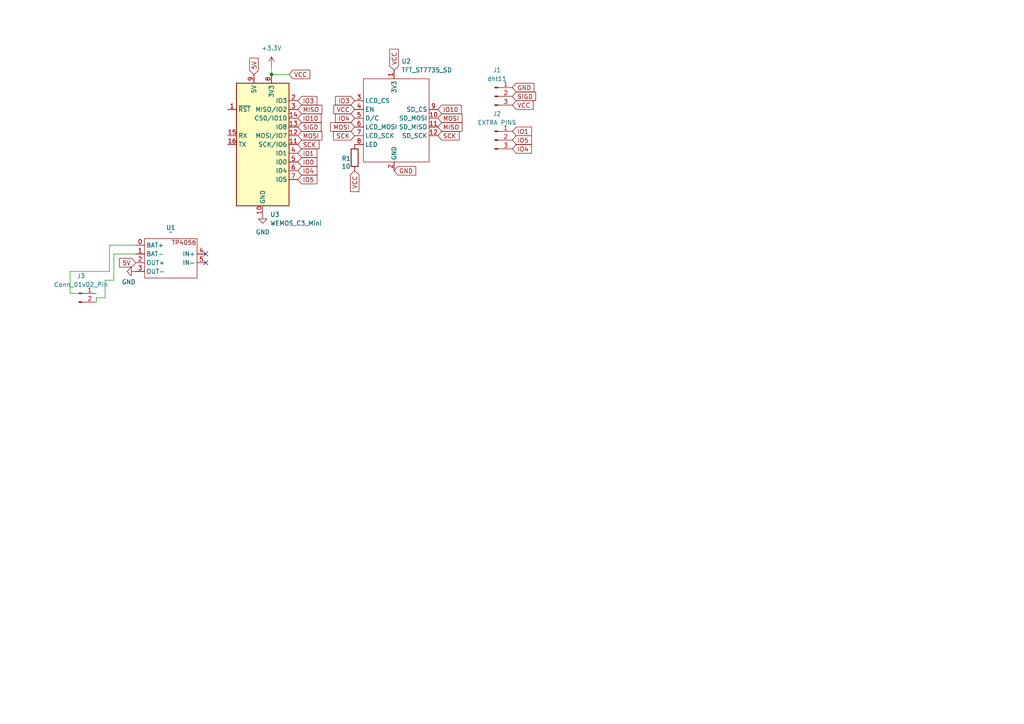
<source format=kicad_sch>
(kicad_sch
	(version 20250114)
	(generator "eeschema")
	(generator_version "9.0")
	(uuid "e8b92681-acdb-4d9b-b258-0eef7a166544")
	(paper "A4")
	(lib_symbols
		(symbol "Connector:Conn_01x02_Pin"
			(pin_names
				(offset 1.016)
				(hide yes)
			)
			(exclude_from_sim no)
			(in_bom yes)
			(on_board yes)
			(property "Reference" "J"
				(at 0 2.54 0)
				(effects
					(font
						(size 1.27 1.27)
					)
				)
			)
			(property "Value" "Conn_01x02_Pin"
				(at 0 -5.08 0)
				(effects
					(font
						(size 1.27 1.27)
					)
				)
			)
			(property "Footprint" ""
				(at 0 0 0)
				(effects
					(font
						(size 1.27 1.27)
					)
					(hide yes)
				)
			)
			(property "Datasheet" "~"
				(at 0 0 0)
				(effects
					(font
						(size 1.27 1.27)
					)
					(hide yes)
				)
			)
			(property "Description" "Generic connector, single row, 01x02, script generated"
				(at 0 0 0)
				(effects
					(font
						(size 1.27 1.27)
					)
					(hide yes)
				)
			)
			(property "ki_locked" ""
				(at 0 0 0)
				(effects
					(font
						(size 1.27 1.27)
					)
				)
			)
			(property "ki_keywords" "connector"
				(at 0 0 0)
				(effects
					(font
						(size 1.27 1.27)
					)
					(hide yes)
				)
			)
			(property "ki_fp_filters" "Connector*:*_1x??_*"
				(at 0 0 0)
				(effects
					(font
						(size 1.27 1.27)
					)
					(hide yes)
				)
			)
			(symbol "Conn_01x02_Pin_1_1"
				(rectangle
					(start 0.8636 0.127)
					(end 0 -0.127)
					(stroke
						(width 0.1524)
						(type default)
					)
					(fill
						(type outline)
					)
				)
				(rectangle
					(start 0.8636 -2.413)
					(end 0 -2.667)
					(stroke
						(width 0.1524)
						(type default)
					)
					(fill
						(type outline)
					)
				)
				(polyline
					(pts
						(xy 1.27 0) (xy 0.8636 0)
					)
					(stroke
						(width 0.1524)
						(type default)
					)
					(fill
						(type none)
					)
				)
				(polyline
					(pts
						(xy 1.27 -2.54) (xy 0.8636 -2.54)
					)
					(stroke
						(width 0.1524)
						(type default)
					)
					(fill
						(type none)
					)
				)
				(pin passive line
					(at 5.08 0 180)
					(length 3.81)
					(name "Pin_1"
						(effects
							(font
								(size 1.27 1.27)
							)
						)
					)
					(number "1"
						(effects
							(font
								(size 1.27 1.27)
							)
						)
					)
				)
				(pin passive line
					(at 5.08 -2.54 180)
					(length 3.81)
					(name "Pin_2"
						(effects
							(font
								(size 1.27 1.27)
							)
						)
					)
					(number "2"
						(effects
							(font
								(size 1.27 1.27)
							)
						)
					)
				)
			)
			(embedded_fonts no)
		)
		(symbol "Connector:Conn_01x03_Pin"
			(pin_names
				(offset 1.016)
				(hide yes)
			)
			(exclude_from_sim no)
			(in_bom yes)
			(on_board yes)
			(property "Reference" "J"
				(at 0 5.08 0)
				(effects
					(font
						(size 1.27 1.27)
					)
				)
			)
			(property "Value" "Conn_01x03_Pin"
				(at 0 -5.08 0)
				(effects
					(font
						(size 1.27 1.27)
					)
				)
			)
			(property "Footprint" ""
				(at 0 0 0)
				(effects
					(font
						(size 1.27 1.27)
					)
					(hide yes)
				)
			)
			(property "Datasheet" "~"
				(at 0 0 0)
				(effects
					(font
						(size 1.27 1.27)
					)
					(hide yes)
				)
			)
			(property "Description" "Generic connector, single row, 01x03, script generated"
				(at 0 0 0)
				(effects
					(font
						(size 1.27 1.27)
					)
					(hide yes)
				)
			)
			(property "ki_locked" ""
				(at 0 0 0)
				(effects
					(font
						(size 1.27 1.27)
					)
				)
			)
			(property "ki_keywords" "connector"
				(at 0 0 0)
				(effects
					(font
						(size 1.27 1.27)
					)
					(hide yes)
				)
			)
			(property "ki_fp_filters" "Connector*:*_1x??_*"
				(at 0 0 0)
				(effects
					(font
						(size 1.27 1.27)
					)
					(hide yes)
				)
			)
			(symbol "Conn_01x03_Pin_1_1"
				(rectangle
					(start 0.8636 2.667)
					(end 0 2.413)
					(stroke
						(width 0.1524)
						(type default)
					)
					(fill
						(type outline)
					)
				)
				(rectangle
					(start 0.8636 0.127)
					(end 0 -0.127)
					(stroke
						(width 0.1524)
						(type default)
					)
					(fill
						(type outline)
					)
				)
				(rectangle
					(start 0.8636 -2.413)
					(end 0 -2.667)
					(stroke
						(width 0.1524)
						(type default)
					)
					(fill
						(type outline)
					)
				)
				(polyline
					(pts
						(xy 1.27 2.54) (xy 0.8636 2.54)
					)
					(stroke
						(width 0.1524)
						(type default)
					)
					(fill
						(type none)
					)
				)
				(polyline
					(pts
						(xy 1.27 0) (xy 0.8636 0)
					)
					(stroke
						(width 0.1524)
						(type default)
					)
					(fill
						(type none)
					)
				)
				(polyline
					(pts
						(xy 1.27 -2.54) (xy 0.8636 -2.54)
					)
					(stroke
						(width 0.1524)
						(type default)
					)
					(fill
						(type none)
					)
				)
				(pin passive line
					(at 5.08 2.54 180)
					(length 3.81)
					(name "Pin_1"
						(effects
							(font
								(size 1.27 1.27)
							)
						)
					)
					(number "1"
						(effects
							(font
								(size 1.27 1.27)
							)
						)
					)
				)
				(pin passive line
					(at 5.08 0 180)
					(length 3.81)
					(name "Pin_2"
						(effects
							(font
								(size 1.27 1.27)
							)
						)
					)
					(number "2"
						(effects
							(font
								(size 1.27 1.27)
							)
						)
					)
				)
				(pin passive line
					(at 5.08 -2.54 180)
					(length 3.81)
					(name "Pin_3"
						(effects
							(font
								(size 1.27 1.27)
							)
						)
					)
					(number "3"
						(effects
							(font
								(size 1.27 1.27)
							)
						)
					)
				)
			)
			(embedded_fonts no)
		)
		(symbol "PCM_Resistor_AKL:R_DIN0204_P5.08mm"
			(pin_numbers
				(hide yes)
			)
			(pin_names
				(offset 0)
			)
			(exclude_from_sim no)
			(in_bom yes)
			(on_board yes)
			(property "Reference" "R"
				(at 2.54 1.27 0)
				(effects
					(font
						(size 1.27 1.27)
					)
					(justify left)
				)
			)
			(property "Value" "R_DIN0204_P5.08mm"
				(at 2.54 -1.27 0)
				(effects
					(font
						(size 1.27 1.27)
					)
					(justify left)
				)
			)
			(property "Footprint" "PCM_Resistor_THT_AKL:R_Axial_DIN0204_L3.6mm_D1.6mm_P5.08mm_Horizontal"
				(at 0 -11.43 0)
				(effects
					(font
						(size 1.27 1.27)
					)
					(hide yes)
				)
			)
			(property "Datasheet" "~"
				(at 0 0 0)
				(effects
					(font
						(size 1.27 1.27)
					)
					(hide yes)
				)
			)
			(property "Description" "THT 0204 Resistor, 5.08mm Pin Pitch, European Symbol, Alternate KiCad Library"
				(at 0 0 0)
				(effects
					(font
						(size 1.27 1.27)
					)
					(hide yes)
				)
			)
			(property "ki_keywords" "R res resistor eu tht 5.08mm 0204"
				(at 0 0 0)
				(effects
					(font
						(size 1.27 1.27)
					)
					(hide yes)
				)
			)
			(property "ki_fp_filters" "R_*"
				(at 0 0 0)
				(effects
					(font
						(size 1.27 1.27)
					)
					(hide yes)
				)
			)
			(symbol "R_DIN0204_P5.08mm_0_1"
				(rectangle
					(start -1.016 2.54)
					(end 1.016 -2.54)
					(stroke
						(width 0.254)
						(type default)
					)
					(fill
						(type none)
					)
				)
			)
			(symbol "R_DIN0204_P5.08mm_0_2"
				(polyline
					(pts
						(xy -2.54 -2.54) (xy -1.524 -1.524)
					)
					(stroke
						(width 0)
						(type default)
					)
					(fill
						(type none)
					)
				)
				(polyline
					(pts
						(xy 1.524 1.524) (xy 2.54 2.54)
					)
					(stroke
						(width 0)
						(type default)
					)
					(fill
						(type none)
					)
				)
				(polyline
					(pts
						(xy 1.524 1.524) (xy 0.889 2.159) (xy -2.159 -0.889) (xy -0.889 -2.159) (xy 2.159 0.889) (xy 1.524 1.524)
					)
					(stroke
						(width 0.254)
						(type default)
					)
					(fill
						(type none)
					)
				)
			)
			(symbol "R_DIN0204_P5.08mm_1_1"
				(pin passive line
					(at 0 3.81 270)
					(length 1.27)
					(name "~"
						(effects
							(font
								(size 1.27 1.27)
							)
						)
					)
					(number "1"
						(effects
							(font
								(size 1.27 1.27)
							)
						)
					)
				)
				(pin passive line
					(at 0 -3.81 90)
					(length 1.27)
					(name "~"
						(effects
							(font
								(size 1.27 1.27)
							)
						)
					)
					(number "2"
						(effects
							(font
								(size 1.27 1.27)
							)
						)
					)
				)
			)
			(symbol "R_DIN0204_P5.08mm_1_2"
				(pin passive line
					(at -2.54 -2.54 0)
					(length 0)
					(name ""
						(effects
							(font
								(size 1.27 1.27)
							)
						)
					)
					(number "2"
						(effects
							(font
								(size 1.27 1.27)
							)
						)
					)
				)
				(pin passive line
					(at 2.54 2.54 180)
					(length 0)
					(name ""
						(effects
							(font
								(size 1.27 1.27)
							)
						)
					)
					(number "1"
						(effects
							(font
								(size 1.27 1.27)
							)
						)
					)
				)
			)
			(embedded_fonts no)
		)
		(symbol "asylum-weather (1):TP4056"
			(exclude_from_sim no)
			(in_bom yes)
			(on_board yes)
			(property "Reference" "U"
				(at 0 0 0)
				(effects
					(font
						(size 1.27 1.27)
					)
				)
			)
			(property "Value" ""
				(at 0 0 0)
				(effects
					(font
						(size 1.27 1.27)
					)
				)
			)
			(property "Footprint" ""
				(at 0 0 0)
				(effects
					(font
						(size 1.27 1.27)
					)
					(hide yes)
				)
			)
			(property "Datasheet" ""
				(at 0 0 0)
				(effects
					(font
						(size 1.27 1.27)
					)
					(hide yes)
				)
			)
			(property "Description" ""
				(at 0 0 0)
				(effects
					(font
						(size 1.27 1.27)
					)
					(hide yes)
				)
			)
			(symbol "TP4056_0_1"
				(rectangle
					(start -7.62 5.715)
					(end 7.62 -5.715)
					(stroke
						(width 0)
						(type default)
					)
					(fill
						(type none)
					)
				)
			)
			(symbol "TP4056_1_1"
				(text "TP4056\n"
					(at 3.81 4.572 0)
					(effects
						(font
							(size 1.27 1.27)
						)
					)
				)
				(pin power_out line
					(at -10.16 3.81 0)
					(length 2.54)
					(name "BAT+"
						(effects
							(font
								(size 1.27 1.27)
							)
						)
					)
					(number "0"
						(effects
							(font
								(size 1.27 1.27)
							)
						)
					)
				)
				(pin power_out line
					(at -10.16 1.27 0)
					(length 2.54)
					(name "BAT-"
						(effects
							(font
								(size 1.27 1.27)
							)
						)
					)
					(number "1"
						(effects
							(font
								(size 1.27 1.27)
							)
						)
					)
				)
				(pin power_out line
					(at -10.16 -1.27 0)
					(length 2.54)
					(name "OUT+"
						(effects
							(font
								(size 1.27 1.27)
							)
						)
					)
					(number "2"
						(effects
							(font
								(size 1.27 1.27)
							)
						)
					)
				)
				(pin power_out line
					(at -10.16 -3.81 0)
					(length 2.54)
					(name "OUT-"
						(effects
							(font
								(size 1.27 1.27)
							)
						)
					)
					(number "3"
						(effects
							(font
								(size 1.27 1.27)
							)
						)
					)
				)
				(pin power_out line
					(at 10.16 1.27 180)
					(length 2.54)
					(name "IN+"
						(effects
							(font
								(size 1.27 1.27)
							)
						)
					)
					(number "4"
						(effects
							(font
								(size 1.27 1.27)
							)
						)
					)
				)
				(pin power_out line
					(at 10.16 -1.27 180)
					(length 2.54)
					(name "IN-"
						(effects
							(font
								(size 1.27 1.27)
							)
						)
					)
					(number "5"
						(effects
							(font
								(size 1.27 1.27)
							)
						)
					)
				)
			)
			(embedded_fonts no)
		)
		(symbol "asylum-weather:TFT_ST7735_SD"
			(exclude_from_sim no)
			(in_bom yes)
			(on_board yes)
			(property "Reference" "U"
				(at 6.858 -15.748 0)
				(effects
					(font
						(size 1.27 1.27)
					)
				)
			)
			(property "Value" "TFT_ST7735_SD"
				(at 13.462 -18.288 0)
				(effects
					(font
						(size 1.27 1.27)
					)
				)
			)
			(property "Footprint" "asylum-weather:TFT_ST7735_SD"
				(at 0 0 0)
				(effects
					(font
						(size 1.27 1.27)
					)
					(hide yes)
				)
			)
			(property "Datasheet" ""
				(at 0 0 0)
				(effects
					(font
						(size 1.27 1.27)
					)
					(hide yes)
				)
			)
			(property "Description" ""
				(at 0 0 0)
				(effects
					(font
						(size 1.27 1.27)
					)
					(hide yes)
				)
			)
			(symbol "TFT_ST7735_SD_0_1"
				(rectangle
					(start -5.08 10.16)
					(end 13.97 -13.97)
					(stroke
						(width 0)
						(type default)
					)
					(fill
						(type none)
					)
				)
			)
			(symbol "TFT_ST7735_SD_1_1"
				(pin input line
					(at -7.62 3.81 0)
					(length 2.54)
					(name "LCD_CS"
						(effects
							(font
								(size 1.27 1.27)
							)
						)
					)
					(number "3"
						(effects
							(font
								(size 1.27 1.27)
							)
						)
					)
				)
				(pin input line
					(at -7.62 1.27 0)
					(length 2.54)
					(name "EN"
						(effects
							(font
								(size 1.27 1.27)
							)
						)
					)
					(number "4"
						(effects
							(font
								(size 1.27 1.27)
							)
						)
					)
				)
				(pin input line
					(at -7.62 -1.27 0)
					(length 2.54)
					(name "D/C"
						(effects
							(font
								(size 1.27 1.27)
							)
						)
					)
					(number "5"
						(effects
							(font
								(size 1.27 1.27)
							)
						)
					)
				)
				(pin input line
					(at -7.62 -3.81 0)
					(length 2.54)
					(name "LCD_MOSI"
						(effects
							(font
								(size 1.27 1.27)
							)
						)
					)
					(number "6"
						(effects
							(font
								(size 1.27 1.27)
							)
						)
					)
				)
				(pin input line
					(at -7.62 -6.35 0)
					(length 2.54)
					(name "LCD_SCK"
						(effects
							(font
								(size 1.27 1.27)
							)
						)
					)
					(number "7"
						(effects
							(font
								(size 1.27 1.27)
							)
						)
					)
				)
				(pin power_in line
					(at -7.62 -8.89 0)
					(length 2.54)
					(name "LED"
						(effects
							(font
								(size 1.27 1.27)
							)
						)
					)
					(number "8"
						(effects
							(font
								(size 1.27 1.27)
							)
						)
					)
				)
				(pin power_in line
					(at 3.81 12.7 270)
					(length 2.54)
					(name "3V3"
						(effects
							(font
								(size 1.27 1.27)
							)
						)
					)
					(number "1"
						(effects
							(font
								(size 1.27 1.27)
							)
						)
					)
				)
				(pin power_in line
					(at 3.81 -16.51 90)
					(length 2.54)
					(name "GND"
						(effects
							(font
								(size 1.27 1.27)
							)
						)
					)
					(number "2"
						(effects
							(font
								(size 1.27 1.27)
							)
						)
					)
				)
				(pin input line
					(at 16.51 1.27 180)
					(length 2.54)
					(name "SD_CS"
						(effects
							(font
								(size 1.27 1.27)
							)
						)
					)
					(number "9"
						(effects
							(font
								(size 1.27 1.27)
							)
						)
					)
				)
				(pin input line
					(at 16.51 -1.27 180)
					(length 2.54)
					(name "SD_MOSI"
						(effects
							(font
								(size 1.27 1.27)
							)
						)
					)
					(number "10"
						(effects
							(font
								(size 1.27 1.27)
							)
						)
					)
				)
				(pin output line
					(at 16.51 -3.81 180)
					(length 2.54)
					(name "SD_MISO"
						(effects
							(font
								(size 1.27 1.27)
							)
						)
					)
					(number "11"
						(effects
							(font
								(size 1.27 1.27)
							)
						)
					)
				)
				(pin input line
					(at 16.51 -6.35 180)
					(length 2.54)
					(name "SD_SCK"
						(effects
							(font
								(size 1.27 1.27)
							)
						)
					)
					(number "12"
						(effects
							(font
								(size 1.27 1.27)
							)
						)
					)
				)
			)
			(embedded_fonts no)
		)
		(symbol "asylum-weather:WEMOS_C3_mini"
			(exclude_from_sim no)
			(in_bom yes)
			(on_board yes)
			(property "Reference" "U1"
				(at 2.1941 -20.32 0)
				(effects
					(font
						(size 1.27 1.27)
					)
					(justify left)
				)
			)
			(property "Value" "WEMOS_C3_Mini"
				(at 2.1941 -22.86 0)
				(effects
					(font
						(size 1.27 1.27)
					)
					(justify left)
				)
			)
			(property "Footprint" "Module:WEMOS_D1_mini_light"
				(at 0 -29.21 0)
				(effects
					(font
						(size 1.27 1.27)
					)
					(hide yes)
				)
			)
			(property "Datasheet" "https://wiki.wemos.cc/products:d1:d1_mini#documentation"
				(at -46.99 -29.21 0)
				(effects
					(font
						(size 1.27 1.27)
					)
					(hide yes)
				)
			)
			(property "Description" "32-bit microcontroller module with WiFi"
				(at 0 0 0)
				(effects
					(font
						(size 1.27 1.27)
					)
					(hide yes)
				)
			)
			(property "ki_keywords" "ESP8266 WiFi microcontroller ESP8266EX"
				(at 0 0 0)
				(effects
					(font
						(size 1.27 1.27)
					)
					(hide yes)
				)
			)
			(property "ki_fp_filters" "WEMOS*D1*mini*"
				(at 0 0 0)
				(effects
					(font
						(size 1.27 1.27)
					)
					(hide yes)
				)
			)
			(symbol "WEMOS_C3_mini_1_1"
				(rectangle
					(start -7.62 17.78)
					(end 7.62 -17.78)
					(stroke
						(width 0.254)
						(type default)
					)
					(fill
						(type background)
					)
				)
				(pin input line
					(at -10.16 10.16 0)
					(length 2.54)
					(name "~{RST}"
						(effects
							(font
								(size 1.27 1.27)
							)
						)
					)
					(number "1"
						(effects
							(font
								(size 1.27 1.27)
							)
						)
					)
				)
				(pin input line
					(at -10.16 2.54 0)
					(length 2.54)
					(name "RX"
						(effects
							(font
								(size 1.27 1.27)
							)
						)
					)
					(number "15"
						(effects
							(font
								(size 1.27 1.27)
							)
						)
					)
				)
				(pin output line
					(at -10.16 0 0)
					(length 2.54)
					(name "TX"
						(effects
							(font
								(size 1.27 1.27)
							)
						)
					)
					(number "16"
						(effects
							(font
								(size 1.27 1.27)
							)
						)
					)
				)
				(pin power_in line
					(at -2.54 20.32 270)
					(length 2.54)
					(name "5V"
						(effects
							(font
								(size 1.27 1.27)
							)
						)
					)
					(number "9"
						(effects
							(font
								(size 1.27 1.27)
							)
						)
					)
				)
				(pin power_in line
					(at 0 -20.32 90)
					(length 2.54)
					(name "GND"
						(effects
							(font
								(size 1.27 1.27)
							)
						)
					)
					(number "10"
						(effects
							(font
								(size 1.27 1.27)
							)
						)
					)
				)
				(pin power_out line
					(at 2.54 20.32 270)
					(length 2.54)
					(name "3V3"
						(effects
							(font
								(size 1.27 1.27)
							)
						)
					)
					(number "8"
						(effects
							(font
								(size 1.27 1.27)
							)
						)
					)
				)
				(pin input line
					(at 10.16 12.7 180)
					(length 2.54)
					(name "IO3"
						(effects
							(font
								(size 1.27 1.27)
							)
						)
					)
					(number "2"
						(effects
							(font
								(size 1.27 1.27)
							)
						)
					)
				)
				(pin bidirectional line
					(at 10.16 10.16 180)
					(length 2.54)
					(name "MISO/IO2"
						(effects
							(font
								(size 1.27 1.27)
							)
						)
					)
					(number "3"
						(effects
							(font
								(size 1.27 1.27)
							)
						)
					)
				)
				(pin bidirectional line
					(at 10.16 7.62 180)
					(length 2.54)
					(name "CS0/IO10"
						(effects
							(font
								(size 1.27 1.27)
							)
						)
					)
					(number "14"
						(effects
							(font
								(size 1.27 1.27)
							)
						)
					)
				)
				(pin bidirectional line
					(at 10.16 5.08 180)
					(length 2.54)
					(name "IO8"
						(effects
							(font
								(size 1.27 1.27)
							)
						)
					)
					(number "13"
						(effects
							(font
								(size 1.27 1.27)
							)
						)
					)
				)
				(pin bidirectional line
					(at 10.16 2.54 180)
					(length 2.54)
					(name "MOSI/IO7"
						(effects
							(font
								(size 1.27 1.27)
							)
						)
					)
					(number "12"
						(effects
							(font
								(size 1.27 1.27)
							)
						)
					)
				)
				(pin bidirectional line
					(at 10.16 0 180)
					(length 2.54)
					(name "SCK/IO6"
						(effects
							(font
								(size 1.27 1.27)
							)
						)
					)
					(number "11"
						(effects
							(font
								(size 1.27 1.27)
							)
						)
					)
				)
				(pin bidirectional line
					(at 10.16 -2.54 180)
					(length 2.54)
					(name "IO1"
						(effects
							(font
								(size 1.27 1.27)
							)
						)
					)
					(number "4"
						(effects
							(font
								(size 1.27 1.27)
							)
						)
					)
				)
				(pin bidirectional line
					(at 10.16 -5.08 180)
					(length 2.54)
					(name "IO0"
						(effects
							(font
								(size 1.27 1.27)
							)
						)
					)
					(number "5"
						(effects
							(font
								(size 1.27 1.27)
							)
						)
					)
				)
				(pin bidirectional line
					(at 10.16 -7.62 180)
					(length 2.54)
					(name "IO4"
						(effects
							(font
								(size 1.27 1.27)
							)
						)
					)
					(number "6"
						(effects
							(font
								(size 1.27 1.27)
							)
						)
					)
				)
				(pin bidirectional line
					(at 10.16 -10.16 180)
					(length 2.54)
					(name "IO5"
						(effects
							(font
								(size 1.27 1.27)
							)
						)
					)
					(number "7"
						(effects
							(font
								(size 1.27 1.27)
							)
						)
					)
				)
			)
			(embedded_fonts no)
		)
		(symbol "power:+3.3V"
			(power)
			(pin_numbers
				(hide yes)
			)
			(pin_names
				(offset 0)
				(hide yes)
			)
			(exclude_from_sim no)
			(in_bom yes)
			(on_board yes)
			(property "Reference" "#PWR"
				(at 0 -3.81 0)
				(effects
					(font
						(size 1.27 1.27)
					)
					(hide yes)
				)
			)
			(property "Value" "+3.3V"
				(at 0 3.556 0)
				(effects
					(font
						(size 1.27 1.27)
					)
				)
			)
			(property "Footprint" ""
				(at 0 0 0)
				(effects
					(font
						(size 1.27 1.27)
					)
					(hide yes)
				)
			)
			(property "Datasheet" ""
				(at 0 0 0)
				(effects
					(font
						(size 1.27 1.27)
					)
					(hide yes)
				)
			)
			(property "Description" "Power symbol creates a global label with name \"+3.3V\""
				(at 0 0 0)
				(effects
					(font
						(size 1.27 1.27)
					)
					(hide yes)
				)
			)
			(property "ki_keywords" "global power"
				(at 0 0 0)
				(effects
					(font
						(size 1.27 1.27)
					)
					(hide yes)
				)
			)
			(symbol "+3.3V_0_1"
				(polyline
					(pts
						(xy -0.762 1.27) (xy 0 2.54)
					)
					(stroke
						(width 0)
						(type default)
					)
					(fill
						(type none)
					)
				)
				(polyline
					(pts
						(xy 0 2.54) (xy 0.762 1.27)
					)
					(stroke
						(width 0)
						(type default)
					)
					(fill
						(type none)
					)
				)
				(polyline
					(pts
						(xy 0 0) (xy 0 2.54)
					)
					(stroke
						(width 0)
						(type default)
					)
					(fill
						(type none)
					)
				)
			)
			(symbol "+3.3V_1_1"
				(pin power_in line
					(at 0 0 90)
					(length 0)
					(name "~"
						(effects
							(font
								(size 1.27 1.27)
							)
						)
					)
					(number "1"
						(effects
							(font
								(size 1.27 1.27)
							)
						)
					)
				)
			)
			(embedded_fonts no)
		)
		(symbol "power:GND"
			(power)
			(pin_numbers
				(hide yes)
			)
			(pin_names
				(offset 0)
				(hide yes)
			)
			(exclude_from_sim no)
			(in_bom yes)
			(on_board yes)
			(property "Reference" "#PWR"
				(at 0 -6.35 0)
				(effects
					(font
						(size 1.27 1.27)
					)
					(hide yes)
				)
			)
			(property "Value" "GND"
				(at 0 -3.81 0)
				(effects
					(font
						(size 1.27 1.27)
					)
				)
			)
			(property "Footprint" ""
				(at 0 0 0)
				(effects
					(font
						(size 1.27 1.27)
					)
					(hide yes)
				)
			)
			(property "Datasheet" ""
				(at 0 0 0)
				(effects
					(font
						(size 1.27 1.27)
					)
					(hide yes)
				)
			)
			(property "Description" "Power symbol creates a global label with name \"GND\" , ground"
				(at 0 0 0)
				(effects
					(font
						(size 1.27 1.27)
					)
					(hide yes)
				)
			)
			(property "ki_keywords" "global power"
				(at 0 0 0)
				(effects
					(font
						(size 1.27 1.27)
					)
					(hide yes)
				)
			)
			(symbol "GND_0_1"
				(polyline
					(pts
						(xy 0 0) (xy 0 -1.27) (xy 1.27 -1.27) (xy 0 -2.54) (xy -1.27 -1.27) (xy 0 -1.27)
					)
					(stroke
						(width 0)
						(type default)
					)
					(fill
						(type none)
					)
				)
			)
			(symbol "GND_1_1"
				(pin power_in line
					(at 0 0 270)
					(length 0)
					(name "~"
						(effects
							(font
								(size 1.27 1.27)
							)
						)
					)
					(number "1"
						(effects
							(font
								(size 1.27 1.27)
							)
						)
					)
				)
			)
			(embedded_fonts no)
		)
	)
	(junction
		(at 78.74 21.59)
		(diameter 0)
		(color 0 0 0 0)
		(uuid "717affc6-e9dd-4083-b72d-fafdb45ed4fd")
	)
	(no_connect
		(at 59.69 73.66)
		(uuid "0f427131-f225-464a-bd07-ca7fca8bad69")
	)
	(no_connect
		(at 59.69 76.2)
		(uuid "d76023e9-ab61-4825-aa6d-9bf51372425c")
	)
	(wire
		(pts
			(xy 33.02 81.28) (xy 30.48 81.28)
		)
		(stroke
			(width 0)
			(type default)
		)
		(uuid "00b9757e-f12c-4e9c-9f71-59c051f048cd")
	)
	(wire
		(pts
			(xy 20.32 78.74) (xy 20.32 85.09)
		)
		(stroke
			(width 0)
			(type default)
		)
		(uuid "0972740a-9629-413c-9901-6d03cba5dd30")
	)
	(wire
		(pts
			(xy 20.32 85.09) (xy 27.94 85.09)
		)
		(stroke
			(width 0)
			(type default)
		)
		(uuid "09ce3e4a-3c3d-4ead-bc2d-a13fcaa766c4")
	)
	(wire
		(pts
			(xy 27.94 86.36) (xy 27.94 87.63)
		)
		(stroke
			(width 0)
			(type default)
		)
		(uuid "0d88ea53-9e01-4d0b-a86d-535e22ab0e6f")
	)
	(wire
		(pts
			(xy 31.75 71.12) (xy 31.75 78.74)
		)
		(stroke
			(width 0)
			(type default)
		)
		(uuid "60a07d4c-0e26-4682-acb4-fe4bcde86e3e")
	)
	(wire
		(pts
			(xy 33.02 73.66) (xy 33.02 81.28)
		)
		(stroke
			(width 0)
			(type default)
		)
		(uuid "6a961d45-91f8-4513-9202-ee3a7680fa84")
	)
	(wire
		(pts
			(xy 31.75 71.12) (xy 39.37 71.12)
		)
		(stroke
			(width 0)
			(type default)
		)
		(uuid "7455236a-8736-44ef-bfc7-8ef45922c3de")
	)
	(wire
		(pts
			(xy 30.48 86.36) (xy 27.94 86.36)
		)
		(stroke
			(width 0)
			(type default)
		)
		(uuid "8581a4b6-1458-4fef-80a7-9a41c9666b86")
	)
	(wire
		(pts
			(xy 30.48 81.28) (xy 30.48 86.36)
		)
		(stroke
			(width 0)
			(type default)
		)
		(uuid "91265f3a-31b9-439e-89ff-a311a0d213fd")
	)
	(wire
		(pts
			(xy 78.74 19.05) (xy 78.74 21.59)
		)
		(stroke
			(width 0)
			(type default)
		)
		(uuid "94d65ed2-cb95-4e69-b1ae-46c4390e7c12")
	)
	(wire
		(pts
			(xy 83.82 21.59) (xy 78.74 21.59)
		)
		(stroke
			(width 0)
			(type default)
		)
		(uuid "9676125c-1fbe-4be1-92c8-5a43fc09b7bc")
	)
	(wire
		(pts
			(xy 33.02 73.66) (xy 39.37 73.66)
		)
		(stroke
			(width 0)
			(type default)
		)
		(uuid "bc64254c-8a0f-4e8c-994a-328c0a885b64")
	)
	(wire
		(pts
			(xy 20.32 78.74) (xy 31.75 78.74)
		)
		(stroke
			(width 0)
			(type default)
		)
		(uuid "c1f35c60-6728-4edf-89cf-44403f66274b")
	)
	(global_label "IO3"
		(shape input)
		(at 86.36 29.21 0)
		(fields_autoplaced yes)
		(effects
			(font
				(size 1.27 1.27)
			)
			(justify left)
		)
		(uuid "00a740ca-f165-49a8-988b-6d72aeee04b2")
		(property "Intersheetrefs" "${INTERSHEET_REFS}"
			(at 92.49 29.21 0)
			(effects
				(font
					(size 1.27 1.27)
				)
				(justify left)
				(hide yes)
			)
		)
	)
	(global_label "IO4"
		(shape input)
		(at 102.87 34.29 180)
		(fields_autoplaced yes)
		(effects
			(font
				(size 1.27 1.27)
			)
			(justify right)
		)
		(uuid "03180e22-4b83-480c-a375-858ffea9f4c7")
		(property "Intersheetrefs" "${INTERSHEET_REFS}"
			(at 96.74 34.29 0)
			(effects
				(font
					(size 1.27 1.27)
				)
				(justify right)
				(hide yes)
			)
		)
	)
	(global_label "VCC"
		(shape input)
		(at 83.82 21.59 0)
		(fields_autoplaced yes)
		(effects
			(font
				(size 1.27 1.27)
			)
			(justify left)
		)
		(uuid "03b3389b-1152-47ef-aa92-06151d2a338d")
		(property "Intersheetrefs" "${INTERSHEET_REFS}"
			(at 90.4338 21.59 0)
			(effects
				(font
					(size 1.27 1.27)
				)
				(justify left)
				(hide yes)
			)
		)
	)
	(global_label "MOSI"
		(shape input)
		(at 127 34.29 0)
		(fields_autoplaced yes)
		(effects
			(font
				(size 1.27 1.27)
			)
			(justify left)
		)
		(uuid "0f873370-aac3-46ef-885f-94825a79e823")
		(property "Intersheetrefs" "${INTERSHEET_REFS}"
			(at 134.5814 34.29 0)
			(effects
				(font
					(size 1.27 1.27)
				)
				(justify left)
				(hide yes)
			)
		)
	)
	(global_label "IO1"
		(shape input)
		(at 148.59 38.1 0)
		(fields_autoplaced yes)
		(effects
			(font
				(size 1.27 1.27)
			)
			(justify left)
		)
		(uuid "1e9bcf91-1615-4543-b908-60a22e3e02f9")
		(property "Intersheetrefs" "${INTERSHEET_REFS}"
			(at 154.72 38.1 0)
			(effects
				(font
					(size 1.27 1.27)
				)
				(justify left)
				(hide yes)
			)
		)
	)
	(global_label "SCK"
		(shape input)
		(at 86.36 41.91 0)
		(fields_autoplaced yes)
		(effects
			(font
				(size 1.27 1.27)
			)
			(justify left)
		)
		(uuid "263414aa-7a8c-41a0-8fac-18dd15bd68d4")
		(property "Intersheetrefs" "${INTERSHEET_REFS}"
			(at 93.0947 41.91 0)
			(effects
				(font
					(size 1.27 1.27)
				)
				(justify left)
				(hide yes)
			)
		)
	)
	(global_label "IO5"
		(shape input)
		(at 148.59 40.64 0)
		(fields_autoplaced yes)
		(effects
			(font
				(size 1.27 1.27)
			)
			(justify left)
		)
		(uuid "2aaabfb7-f4e2-4959-92d7-52dabd1212ba")
		(property "Intersheetrefs" "${INTERSHEET_REFS}"
			(at 154.72 40.64 0)
			(effects
				(font
					(size 1.27 1.27)
				)
				(justify left)
				(hide yes)
			)
		)
	)
	(global_label "IO4"
		(shape input)
		(at 86.36 49.53 0)
		(fields_autoplaced yes)
		(effects
			(font
				(size 1.27 1.27)
			)
			(justify left)
		)
		(uuid "2b8b89db-625f-4116-b851-425f1ecbef2b")
		(property "Intersheetrefs" "${INTERSHEET_REFS}"
			(at 92.49 49.53 0)
			(effects
				(font
					(size 1.27 1.27)
				)
				(justify left)
				(hide yes)
			)
		)
	)
	(global_label "SIGD"
		(shape input)
		(at 86.36 36.83 0)
		(fields_autoplaced yes)
		(effects
			(font
				(size 1.27 1.27)
			)
			(justify left)
		)
		(uuid "326dac5d-dc30-47d6-96b7-c6254bd79edd")
		(property "Intersheetrefs" "${INTERSHEET_REFS}"
			(at 93.6995 36.83 0)
			(effects
				(font
					(size 1.27 1.27)
				)
				(justify left)
				(hide yes)
			)
		)
	)
	(global_label "VCC"
		(shape input)
		(at 102.87 49.53 270)
		(fields_autoplaced yes)
		(effects
			(font
				(size 1.27 1.27)
			)
			(justify right)
		)
		(uuid "3e5d44b9-e5fe-4e1a-a9a9-7b12c84631a1")
		(property "Intersheetrefs" "${INTERSHEET_REFS}"
			(at 102.87 56.1438 90)
			(effects
				(font
					(size 1.27 1.27)
				)
				(justify right)
				(hide yes)
			)
		)
	)
	(global_label "SCK"
		(shape input)
		(at 102.87 39.37 180)
		(fields_autoplaced yes)
		(effects
			(font
				(size 1.27 1.27)
			)
			(justify right)
		)
		(uuid "3fe74848-8df6-4751-9a1f-fc157baa02fc")
		(property "Intersheetrefs" "${INTERSHEET_REFS}"
			(at 96.1353 39.37 0)
			(effects
				(font
					(size 1.27 1.27)
				)
				(justify right)
				(hide yes)
			)
		)
	)
	(global_label "SCK"
		(shape input)
		(at 127 39.37 0)
		(fields_autoplaced yes)
		(effects
			(font
				(size 1.27 1.27)
			)
			(justify left)
		)
		(uuid "4c399831-a6ab-4b4f-9ddf-6ab201105875")
		(property "Intersheetrefs" "${INTERSHEET_REFS}"
			(at 133.7347 39.37 0)
			(effects
				(font
					(size 1.27 1.27)
				)
				(justify left)
				(hide yes)
			)
		)
	)
	(global_label "GND"
		(shape input)
		(at 114.3 49.53 0)
		(fields_autoplaced yes)
		(effects
			(font
				(size 1.27 1.27)
			)
			(justify left)
		)
		(uuid "4d2c0b6c-5f25-49b4-b36a-aceaf7e7d1c9")
		(property "Intersheetrefs" "${INTERSHEET_REFS}"
			(at 121.1557 49.53 0)
			(effects
				(font
					(size 1.27 1.27)
				)
				(justify left)
				(hide yes)
			)
		)
	)
	(global_label "IO0"
		(shape input)
		(at 86.36 46.99 0)
		(fields_autoplaced yes)
		(effects
			(font
				(size 1.27 1.27)
			)
			(justify left)
		)
		(uuid "68def97f-d68e-47ad-a80b-b50f83a54b6c")
		(property "Intersheetrefs" "${INTERSHEET_REFS}"
			(at 92.49 46.99 0)
			(effects
				(font
					(size 1.27 1.27)
				)
				(justify left)
				(hide yes)
			)
		)
	)
	(global_label "VCC"
		(shape input)
		(at 114.3 20.32 90)
		(fields_autoplaced yes)
		(effects
			(font
				(size 1.27 1.27)
			)
			(justify left)
		)
		(uuid "6b897d83-c438-40d0-a261-10bb18fb8b70")
		(property "Intersheetrefs" "${INTERSHEET_REFS}"
			(at 114.3 13.7062 90)
			(effects
				(font
					(size 1.27 1.27)
				)
				(justify left)
				(hide yes)
			)
		)
	)
	(global_label "MOSI"
		(shape input)
		(at 86.36 39.37 0)
		(fields_autoplaced yes)
		(effects
			(font
				(size 1.27 1.27)
			)
			(justify left)
		)
		(uuid "6ee69c8b-0c5d-4455-ad15-34867e802352")
		(property "Intersheetrefs" "${INTERSHEET_REFS}"
			(at 93.9414 39.37 0)
			(effects
				(font
					(size 1.27 1.27)
				)
				(justify left)
				(hide yes)
			)
		)
	)
	(global_label "IO10"
		(shape input)
		(at 127 31.75 0)
		(fields_autoplaced yes)
		(effects
			(font
				(size 1.27 1.27)
			)
			(justify left)
		)
		(uuid "7f395830-5638-4366-9583-1c2171652652")
		(property "Intersheetrefs" "${INTERSHEET_REFS}"
			(at 134.3395 31.75 0)
			(effects
				(font
					(size 1.27 1.27)
				)
				(justify left)
				(hide yes)
			)
		)
	)
	(global_label "VCC"
		(shape input)
		(at 102.87 31.75 180)
		(fields_autoplaced yes)
		(effects
			(font
				(size 1.27 1.27)
			)
			(justify right)
		)
		(uuid "815d505c-cfeb-4227-906b-8d27c72fe699")
		(property "Intersheetrefs" "${INTERSHEET_REFS}"
			(at 96.2562 31.75 0)
			(effects
				(font
					(size 1.27 1.27)
				)
				(justify right)
				(hide yes)
			)
		)
	)
	(global_label "IO5"
		(shape input)
		(at 86.36 52.07 0)
		(fields_autoplaced yes)
		(effects
			(font
				(size 1.27 1.27)
			)
			(justify left)
		)
		(uuid "961062ba-1b3e-4e24-9cb8-29db8bf88c70")
		(property "Intersheetrefs" "${INTERSHEET_REFS}"
			(at 92.49 52.07 0)
			(effects
				(font
					(size 1.27 1.27)
				)
				(justify left)
				(hide yes)
			)
		)
	)
	(global_label "SIGD"
		(shape input)
		(at 148.59 27.94 0)
		(fields_autoplaced yes)
		(effects
			(font
				(size 1.27 1.27)
			)
			(justify left)
		)
		(uuid "9f551c59-5320-47c6-bed1-79d980c66f5e")
		(property "Intersheetrefs" "${INTERSHEET_REFS}"
			(at 155.9295 27.94 0)
			(effects
				(font
					(size 1.27 1.27)
				)
				(justify left)
				(hide yes)
			)
		)
	)
	(global_label "MISO"
		(shape input)
		(at 127 36.83 0)
		(fields_autoplaced yes)
		(effects
			(font
				(size 1.27 1.27)
			)
			(justify left)
		)
		(uuid "a1364e64-7b4a-40ca-9e08-36ee117e6123")
		(property "Intersheetrefs" "${INTERSHEET_REFS}"
			(at 134.5814 36.83 0)
			(effects
				(font
					(size 1.27 1.27)
				)
				(justify left)
				(hide yes)
			)
		)
	)
	(global_label "5V"
		(shape input)
		(at 73.66 21.59 90)
		(fields_autoplaced yes)
		(effects
			(font
				(size 1.27 1.27)
			)
			(justify left)
		)
		(uuid "a226ccef-60f1-4b54-aba9-4fc6ee07c905")
		(property "Intersheetrefs" "${INTERSHEET_REFS}"
			(at 73.66 16.3067 90)
			(effects
				(font
					(size 1.27 1.27)
				)
				(justify left)
				(hide yes)
			)
		)
	)
	(global_label "IO10"
		(shape input)
		(at 86.36 34.29 0)
		(fields_autoplaced yes)
		(effects
			(font
				(size 1.27 1.27)
			)
			(justify left)
		)
		(uuid "b17f5ace-1e22-433d-a0d7-061b42fb1d73")
		(property "Intersheetrefs" "${INTERSHEET_REFS}"
			(at 93.6995 34.29 0)
			(effects
				(font
					(size 1.27 1.27)
				)
				(justify left)
				(hide yes)
			)
		)
	)
	(global_label "IO4"
		(shape input)
		(at 148.59 43.18 0)
		(fields_autoplaced yes)
		(effects
			(font
				(size 1.27 1.27)
			)
			(justify left)
		)
		(uuid "b883bc02-7c43-409c-92e9-50a8c17d4dce")
		(property "Intersheetrefs" "${INTERSHEET_REFS}"
			(at 154.72 43.18 0)
			(effects
				(font
					(size 1.27 1.27)
				)
				(justify left)
				(hide yes)
			)
		)
	)
	(global_label "IO1"
		(shape input)
		(at 86.36 44.45 0)
		(fields_autoplaced yes)
		(effects
			(font
				(size 1.27 1.27)
			)
			(justify left)
		)
		(uuid "b94e009d-c88d-49e4-b215-5215b523fcb0")
		(property "Intersheetrefs" "${INTERSHEET_REFS}"
			(at 92.49 44.45 0)
			(effects
				(font
					(size 1.27 1.27)
				)
				(justify left)
				(hide yes)
			)
		)
	)
	(global_label "VCC"
		(shape input)
		(at 148.59 30.48 0)
		(fields_autoplaced yes)
		(effects
			(font
				(size 1.27 1.27)
			)
			(justify left)
		)
		(uuid "c812457a-c13f-411e-a14b-a6b068d624ef")
		(property "Intersheetrefs" "${INTERSHEET_REFS}"
			(at 155.2038 30.48 0)
			(effects
				(font
					(size 1.27 1.27)
				)
				(justify left)
				(hide yes)
			)
		)
	)
	(global_label "MOSI"
		(shape input)
		(at 102.87 36.83 180)
		(fields_autoplaced yes)
		(effects
			(font
				(size 1.27 1.27)
			)
			(justify right)
		)
		(uuid "cb9fcc8c-d70d-453a-a43b-7a01885b3135")
		(property "Intersheetrefs" "${INTERSHEET_REFS}"
			(at 95.2886 36.83 0)
			(effects
				(font
					(size 1.27 1.27)
				)
				(justify right)
				(hide yes)
			)
		)
	)
	(global_label "MISO"
		(shape input)
		(at 86.36 31.75 0)
		(fields_autoplaced yes)
		(effects
			(font
				(size 1.27 1.27)
			)
			(justify left)
		)
		(uuid "ead23d10-29ad-4f42-97b6-f8654dbd211d")
		(property "Intersheetrefs" "${INTERSHEET_REFS}"
			(at 93.9414 31.75 0)
			(effects
				(font
					(size 1.27 1.27)
				)
				(justify left)
				(hide yes)
			)
		)
	)
	(global_label "5V"
		(shape input)
		(at 39.37 76.2 180)
		(fields_autoplaced yes)
		(effects
			(font
				(size 1.27 1.27)
			)
			(justify right)
		)
		(uuid "ee933357-3b04-4a38-8369-880ee9de1b94")
		(property "Intersheetrefs" "${INTERSHEET_REFS}"
			(at 34.0867 76.2 0)
			(effects
				(font
					(size 1.27 1.27)
				)
				(justify right)
				(hide yes)
			)
		)
	)
	(global_label "IO3"
		(shape input)
		(at 102.87 29.21 180)
		(fields_autoplaced yes)
		(effects
			(font
				(size 1.27 1.27)
			)
			(justify right)
		)
		(uuid "f32cc751-66ea-4344-a7fa-c5a72c961bf2")
		(property "Intersheetrefs" "${INTERSHEET_REFS}"
			(at 96.74 29.21 0)
			(effects
				(font
					(size 1.27 1.27)
				)
				(justify right)
				(hide yes)
			)
		)
	)
	(global_label "GND"
		(shape input)
		(at 148.59 25.4 0)
		(fields_autoplaced yes)
		(effects
			(font
				(size 1.27 1.27)
			)
			(justify left)
		)
		(uuid "fe7f8a71-cdbf-4a7c-8b9e-972840f7bc8e")
		(property "Intersheetrefs" "${INTERSHEET_REFS}"
			(at 155.4457 25.4 0)
			(effects
				(font
					(size 1.27 1.27)
				)
				(justify left)
				(hide yes)
			)
		)
	)
	(symbol
		(lib_id "asylum-weather:TFT_ST7735_SD")
		(at 110.49 33.02 0)
		(unit 1)
		(exclude_from_sim no)
		(in_bom yes)
		(on_board yes)
		(dnp no)
		(fields_autoplaced yes)
		(uuid "35ac4797-4177-4e0b-ad7d-39bb35068d78")
		(property "Reference" "U2"
			(at 116.4433 17.78 0)
			(effects
				(font
					(size 1.27 1.27)
				)
				(justify left)
			)
		)
		(property "Value" "TFT_ST7735_SD"
			(at 116.4433 20.32 0)
			(effects
				(font
					(size 1.27 1.27)
				)
				(justify left)
			)
		)
		(property "Footprint" "asylum-weather:TFT_ST7735_SD"
			(at 110.49 33.02 0)
			(effects
				(font
					(size 1.27 1.27)
				)
				(hide yes)
			)
		)
		(property "Datasheet" ""
			(at 110.49 33.02 0)
			(effects
				(font
					(size 1.27 1.27)
				)
				(hide yes)
			)
		)
		(property "Description" ""
			(at 110.49 33.02 0)
			(effects
				(font
					(size 1.27 1.27)
				)
				(hide yes)
			)
		)
		(pin "4"
			(uuid "d1235868-c736-429c-8c22-164d23198336")
		)
		(pin "5"
			(uuid "15cceea8-cbdd-464b-9e77-ee8fca82cdba")
		)
		(pin "8"
			(uuid "d6cf6c08-fb2c-4200-8071-11913b22b01d")
		)
		(pin "3"
			(uuid "403e132a-94d5-4046-ad1f-ed47eb3c12f5")
		)
		(pin "6"
			(uuid "2bcaf874-bc37-406c-ba8d-f31ca061e2f1")
		)
		(pin "12"
			(uuid "4d443110-6b18-4059-a90c-8330563fb98f")
		)
		(pin "9"
			(uuid "90d0a2ee-dcc4-4fbb-ac05-13cc7297e025")
		)
		(pin "7"
			(uuid "a009f855-5b08-481c-90d7-dc2be418323e")
		)
		(pin "1"
			(uuid "fc287416-69ba-4381-8920-2a383b422d6b")
		)
		(pin "2"
			(uuid "3f770dbd-d9c9-4157-b2cb-be8953e76621")
		)
		(pin "10"
			(uuid "af15f247-a067-41c6-85f0-7ee0adb67124")
		)
		(pin "11"
			(uuid "0d2d2cbe-62a8-4741-a29b-5d319f452b70")
		)
		(instances
			(project ""
				(path "/e8b92681-acdb-4d9b-b258-0eef7a166544"
					(reference "U2")
					(unit 1)
				)
			)
		)
	)
	(symbol
		(lib_id "power:GND")
		(at 39.37 78.74 270)
		(unit 1)
		(exclude_from_sim no)
		(in_bom yes)
		(on_board yes)
		(dnp no)
		(uuid "4134cd39-465d-4d84-87fe-805b28a46a5d")
		(property "Reference" "#PWR08"
			(at 33.02 78.74 0)
			(effects
				(font
					(size 1.27 1.27)
				)
				(hide yes)
			)
		)
		(property "Value" "GND"
			(at 39.37 81.788 90)
			(effects
				(font
					(size 1.27 1.27)
				)
				(justify right)
			)
		)
		(property "Footprint" ""
			(at 39.37 78.74 0)
			(effects
				(font
					(size 1.27 1.27)
				)
				(hide yes)
			)
		)
		(property "Datasheet" ""
			(at 39.37 78.74 0)
			(effects
				(font
					(size 1.27 1.27)
				)
				(hide yes)
			)
		)
		(property "Description" "Power symbol creates a global label with name \"GND\" , ground"
			(at 39.37 78.74 0)
			(effects
				(font
					(size 1.27 1.27)
				)
				(hide yes)
			)
		)
		(pin "1"
			(uuid "7dcf4552-8f8f-4a17-bd29-05ce8c49d05d")
		)
		(instances
			(project "weather"
				(path "/e8b92681-acdb-4d9b-b258-0eef7a166544"
					(reference "#PWR08")
					(unit 1)
				)
			)
		)
	)
	(symbol
		(lib_id "Connector:Conn_01x02_Pin")
		(at 22.86 85.09 0)
		(unit 1)
		(exclude_from_sim no)
		(in_bom yes)
		(on_board yes)
		(dnp no)
		(fields_autoplaced yes)
		(uuid "8018bd74-36a2-48cb-8605-ae4765e03731")
		(property "Reference" "J3"
			(at 23.495 80.01 0)
			(effects
				(font
					(size 1.27 1.27)
				)
			)
		)
		(property "Value" "Conn_01x02_Pin"
			(at 23.495 82.55 0)
			(effects
				(font
					(size 1.27 1.27)
				)
			)
		)
		(property "Footprint" "Connector_PinHeader_2.00mm:PinHeader_1x02_P2.00mm_Vertical"
			(at 22.86 85.09 0)
			(effects
				(font
					(size 1.27 1.27)
				)
				(hide yes)
			)
		)
		(property "Datasheet" "~"
			(at 22.86 85.09 0)
			(effects
				(font
					(size 1.27 1.27)
				)
				(hide yes)
			)
		)
		(property "Description" "Generic connector, single row, 01x02, script generated"
			(at 22.86 85.09 0)
			(effects
				(font
					(size 1.27 1.27)
				)
				(hide yes)
			)
		)
		(pin "1"
			(uuid "4412082e-b6ad-4c81-9492-cb25c16abb92")
		)
		(pin "2"
			(uuid "3d942ce5-efbd-4887-badd-58ffbedcf631")
		)
		(instances
			(project ""
				(path "/e8b92681-acdb-4d9b-b258-0eef7a166544"
					(reference "J3")
					(unit 1)
				)
			)
		)
	)
	(symbol
		(lib_id "Connector:Conn_01x03_Pin")
		(at 143.51 27.94 0)
		(unit 1)
		(exclude_from_sim no)
		(in_bom yes)
		(on_board yes)
		(dnp no)
		(fields_autoplaced yes)
		(uuid "aa4b15c7-b592-47ae-851c-500f40015675")
		(property "Reference" "J1"
			(at 144.145 20.32 0)
			(effects
				(font
					(size 1.27 1.27)
				)
			)
		)
		(property "Value" "dht11"
			(at 144.145 22.86 0)
			(effects
				(font
					(size 1.27 1.27)
				)
			)
		)
		(property "Footprint" "Connector_PinHeader_2.54mm:PinHeader_1x03_P2.54mm_Vertical"
			(at 143.51 27.94 0)
			(effects
				(font
					(size 1.27 1.27)
				)
				(hide yes)
			)
		)
		(property "Datasheet" "~"
			(at 143.51 27.94 0)
			(effects
				(font
					(size 1.27 1.27)
				)
				(hide yes)
			)
		)
		(property "Description" "Generic connector, single row, 01x03, script generated"
			(at 143.51 27.94 0)
			(effects
				(font
					(size 1.27 1.27)
				)
				(hide yes)
			)
		)
		(pin "1"
			(uuid "0b69aaec-e767-49e0-848c-35c6096951b3")
		)
		(pin "2"
			(uuid "e879b478-f0b1-4908-aa89-657ceca87afc")
		)
		(pin "3"
			(uuid "c1e62e94-6269-4f5e-aad7-2bf069ce8387")
		)
		(instances
			(project ""
				(path "/e8b92681-acdb-4d9b-b258-0eef7a166544"
					(reference "J1")
					(unit 1)
				)
			)
		)
	)
	(symbol
		(lib_id "Connector:Conn_01x03_Pin")
		(at 143.51 40.64 0)
		(unit 1)
		(exclude_from_sim no)
		(in_bom yes)
		(on_board yes)
		(dnp no)
		(fields_autoplaced yes)
		(uuid "aad14091-9b4f-44d1-ae01-613834368b52")
		(property "Reference" "J2"
			(at 144.145 33.02 0)
			(effects
				(font
					(size 1.27 1.27)
				)
			)
		)
		(property "Value" "EXTRA PINS"
			(at 144.145 35.56 0)
			(effects
				(font
					(size 1.27 1.27)
				)
			)
		)
		(property "Footprint" "Connector_PinHeader_2.54mm:PinHeader_1x03_P2.54mm_Vertical"
			(at 143.51 40.64 0)
			(effects
				(font
					(size 1.27 1.27)
				)
				(hide yes)
			)
		)
		(property "Datasheet" "~"
			(at 143.51 40.64 0)
			(effects
				(font
					(size 1.27 1.27)
				)
				(hide yes)
			)
		)
		(property "Description" "Generic connector, single row, 01x03, script generated"
			(at 143.51 40.64 0)
			(effects
				(font
					(size 1.27 1.27)
				)
				(hide yes)
			)
		)
		(pin "2"
			(uuid "0f9f7e0d-7dd5-44ce-b18d-46694b70bd60")
		)
		(pin "1"
			(uuid "d82762b3-cfdf-4890-9750-5f79ae9effc1")
		)
		(pin "3"
			(uuid "c46b5c8f-b39a-4835-a9b0-77271ac6fe4e")
		)
		(instances
			(project ""
				(path "/e8b92681-acdb-4d9b-b258-0eef7a166544"
					(reference "J2")
					(unit 1)
				)
			)
		)
	)
	(symbol
		(lib_id "power:+3.3V")
		(at 78.74 19.05 0)
		(unit 1)
		(exclude_from_sim no)
		(in_bom yes)
		(on_board yes)
		(dnp no)
		(fields_autoplaced yes)
		(uuid "be14f87f-6839-4d96-bdac-5bd15859e47c")
		(property "Reference" "#PWR01"
			(at 78.74 22.86 0)
			(effects
				(font
					(size 1.27 1.27)
				)
				(hide yes)
			)
		)
		(property "Value" "+3.3V"
			(at 78.74 13.97 0)
			(effects
				(font
					(size 1.27 1.27)
				)
			)
		)
		(property "Footprint" ""
			(at 78.74 19.05 0)
			(effects
				(font
					(size 1.27 1.27)
				)
				(hide yes)
			)
		)
		(property "Datasheet" ""
			(at 78.74 19.05 0)
			(effects
				(font
					(size 1.27 1.27)
				)
				(hide yes)
			)
		)
		(property "Description" "Power symbol creates a global label with name \"+3.3V\""
			(at 78.74 19.05 0)
			(effects
				(font
					(size 1.27 1.27)
				)
				(hide yes)
			)
		)
		(pin "1"
			(uuid "efca45b1-59f3-4f0d-8236-52c8d5faaf8f")
		)
		(instances
			(project ""
				(path "/e8b92681-acdb-4d9b-b258-0eef7a166544"
					(reference "#PWR01")
					(unit 1)
				)
			)
		)
	)
	(symbol
		(lib_id "asylum-weather:WEMOS_C3_mini")
		(at 76.2 41.91 0)
		(unit 1)
		(exclude_from_sim no)
		(in_bom yes)
		(on_board yes)
		(dnp no)
		(fields_autoplaced yes)
		(uuid "c379ff83-477d-45b8-b64c-934aab88a797")
		(property "Reference" "U3"
			(at 78.3433 62.23 0)
			(effects
				(font
					(size 1.27 1.27)
				)
				(justify left)
			)
		)
		(property "Value" "WEMOS_C3_Mini"
			(at 78.3433 64.77 0)
			(effects
				(font
					(size 1.27 1.27)
				)
				(justify left)
			)
		)
		(property "Footprint" "asylum-weather:WEMOS_C3_mini"
			(at 76.2 71.12 0)
			(effects
				(font
					(size 1.27 1.27)
				)
				(hide yes)
			)
		)
		(property "Datasheet" "https://wiki.wemos.cc/products:d1:d1_mini#documentation"
			(at 29.21 71.12 0)
			(effects
				(font
					(size 1.27 1.27)
				)
				(hide yes)
			)
		)
		(property "Description" "32-bit microcontroller module with WiFi"
			(at 76.2 41.91 0)
			(effects
				(font
					(size 1.27 1.27)
				)
				(hide yes)
			)
		)
		(pin "8"
			(uuid "59acba48-4eed-4185-8d6b-17c568d128c4")
		)
		(pin "10"
			(uuid "5932834b-24da-404a-921b-456152070c4a")
		)
		(pin "2"
			(uuid "93833814-d654-4618-aae6-ad45e4ccb941")
		)
		(pin "3"
			(uuid "3f38cf5a-ca92-4fa4-b3aa-db989458e607")
		)
		(pin "14"
			(uuid "d80937f6-4692-42de-9d4b-60eea8220b73")
		)
		(pin "1"
			(uuid "1bdcca74-6729-4f5b-a990-432c13d34b8f")
		)
		(pin "15"
			(uuid "d1862b81-70b0-4e13-b589-ff6582070240")
		)
		(pin "16"
			(uuid "9572da72-121e-41b8-ae75-0c8b6ab305e6")
		)
		(pin "9"
			(uuid "dcef61a0-74d6-400c-b463-e8184241664f")
		)
		(pin "7"
			(uuid "3a792feb-6903-4fbd-abdc-56b324028743")
		)
		(pin "6"
			(uuid "39441cd3-dbc0-43b2-a350-dfba77fe81b3")
		)
		(pin "12"
			(uuid "69bcad30-2deb-48ac-b03f-63d2ab51bf8a")
		)
		(pin "13"
			(uuid "a8c5bede-7db1-4a54-8210-97d0832e9207")
		)
		(pin "11"
			(uuid "ee9888c7-5870-4666-b1b5-74ce5bc5b5e9")
		)
		(pin "4"
			(uuid "b9e4e825-c270-402c-9292-ca163aac7d82")
		)
		(pin "5"
			(uuid "510dcdc3-6b72-4b37-91a5-ad8257d60169")
		)
		(instances
			(project ""
				(path "/e8b92681-acdb-4d9b-b258-0eef7a166544"
					(reference "U3")
					(unit 1)
				)
			)
		)
	)
	(symbol
		(lib_id "PCM_Resistor_AKL:R_DIN0204_P5.08mm")
		(at 102.87 45.72 180)
		(unit 1)
		(exclude_from_sim no)
		(in_bom yes)
		(on_board yes)
		(dnp no)
		(uuid "c8838983-a8e2-4df9-8117-c1ee0d0ac554")
		(property "Reference" "R1"
			(at 99.06 45.974 0)
			(effects
				(font
					(size 1.27 1.27)
				)
				(justify right)
			)
		)
		(property "Value" "10"
			(at 99.06 48.26 0)
			(effects
				(font
					(size 1.27 1.27)
				)
				(justify right)
			)
		)
		(property "Footprint" "PCM_Resistor_THT_AKL:R_Axial_DIN0204_L3.6mm_D1.6mm_P5.08mm_Horizontal"
			(at 102.87 34.29 0)
			(effects
				(font
					(size 1.27 1.27)
				)
				(hide yes)
			)
		)
		(property "Datasheet" "~"
			(at 102.87 45.72 0)
			(effects
				(font
					(size 1.27 1.27)
				)
				(hide yes)
			)
		)
		(property "Description" "THT 0204 Resistor, 5.08mm Pin Pitch, European Symbol, Alternate KiCad Library"
			(at 102.87 45.72 0)
			(effects
				(font
					(size 1.27 1.27)
				)
				(hide yes)
			)
		)
		(pin "1"
			(uuid "a3041fcc-07c0-485a-b861-9e34bff70620")
		)
		(pin "2"
			(uuid "d60eedfb-9b3e-499f-b5ff-45990fc77bb9")
		)
		(instances
			(project ""
				(path "/e8b92681-acdb-4d9b-b258-0eef7a166544"
					(reference "R1")
					(unit 1)
				)
			)
		)
	)
	(symbol
		(lib_id "asylum-weather (1):TP4056")
		(at 49.53 74.93 0)
		(unit 1)
		(exclude_from_sim no)
		(in_bom yes)
		(on_board yes)
		(dnp no)
		(fields_autoplaced yes)
		(uuid "d2156224-1aa5-4b60-bbec-5e73603e56c8")
		(property "Reference" "U1"
			(at 49.53 66.04 0)
			(effects
				(font
					(size 1.27 1.27)
				)
			)
		)
		(property "Value" "~"
			(at 49.53 67.31 0)
			(effects
				(font
					(size 1.27 1.27)
				)
			)
		)
		(property "Footprint" "asylum-weather:TP4056"
			(at 49.53 74.93 0)
			(effects
				(font
					(size 1.27 1.27)
				)
				(hide yes)
			)
		)
		(property "Datasheet" ""
			(at 49.53 74.93 0)
			(effects
				(font
					(size 1.27 1.27)
				)
				(hide yes)
			)
		)
		(property "Description" ""
			(at 49.53 74.93 0)
			(effects
				(font
					(size 1.27 1.27)
				)
				(hide yes)
			)
		)
		(pin "0"
			(uuid "2bf5242f-9edb-44a7-8d6e-ec01289ed3c1")
		)
		(pin "2"
			(uuid "5918472b-09b0-4143-bdd1-63986b289246")
		)
		(pin "5"
			(uuid "d519f29a-586d-479e-a9e5-351b53474a65")
		)
		(pin "4"
			(uuid "973878a4-39d7-42c6-bf85-4ea751202dea")
		)
		(pin "3"
			(uuid "788a3f11-b958-4cb1-9ecb-3935183f1df2")
		)
		(pin "1"
			(uuid "53003e91-0dc5-4085-9c87-36c9d7515cca")
		)
		(instances
			(project ""
				(path "/e8b92681-acdb-4d9b-b258-0eef7a166544"
					(reference "U1")
					(unit 1)
				)
			)
		)
	)
	(symbol
		(lib_id "power:GND")
		(at 76.2 62.23 0)
		(unit 1)
		(exclude_from_sim no)
		(in_bom yes)
		(on_board yes)
		(dnp no)
		(fields_autoplaced yes)
		(uuid "d47d8bd7-4676-4b8b-bbda-f6f340aa097b")
		(property "Reference" "#PWR03"
			(at 76.2 68.58 0)
			(effects
				(font
					(size 1.27 1.27)
				)
				(hide yes)
			)
		)
		(property "Value" "GND"
			(at 76.2 67.31 0)
			(effects
				(font
					(size 1.27 1.27)
				)
			)
		)
		(property "Footprint" ""
			(at 76.2 62.23 0)
			(effects
				(font
					(size 1.27 1.27)
				)
				(hide yes)
			)
		)
		(property "Datasheet" ""
			(at 76.2 62.23 0)
			(effects
				(font
					(size 1.27 1.27)
				)
				(hide yes)
			)
		)
		(property "Description" "Power symbol creates a global label with name \"GND\" , ground"
			(at 76.2 62.23 0)
			(effects
				(font
					(size 1.27 1.27)
				)
				(hide yes)
			)
		)
		(pin "1"
			(uuid "b5635df5-4fba-4b95-9687-3ded28a35967")
		)
		(instances
			(project ""
				(path "/e8b92681-acdb-4d9b-b258-0eef7a166544"
					(reference "#PWR03")
					(unit 1)
				)
			)
		)
	)
	(sheet_instances
		(path "/"
			(page "1")
		)
	)
	(embedded_fonts no)
)

</source>
